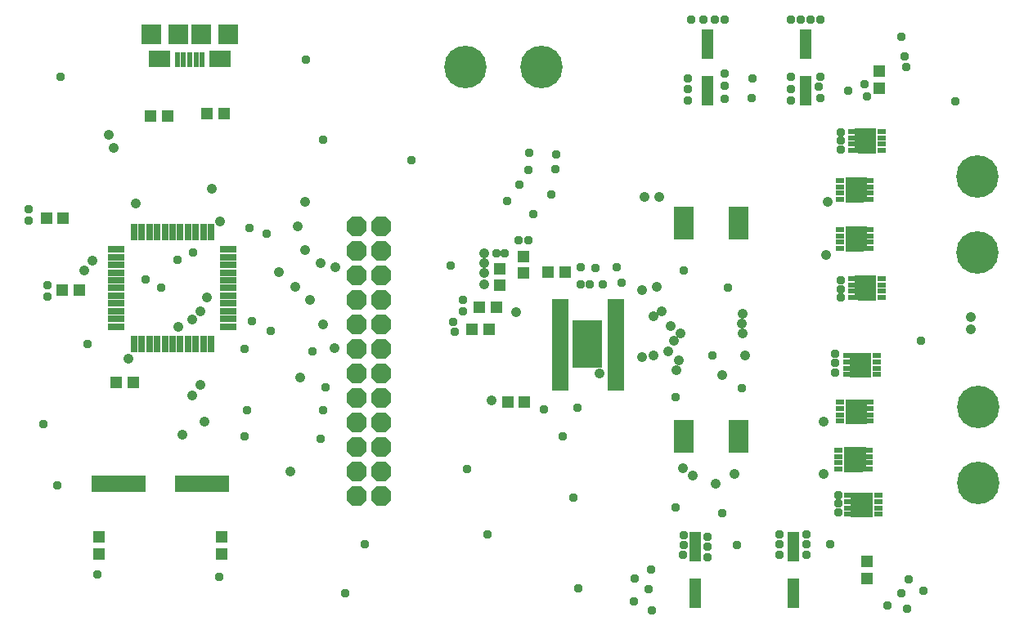
<source format=gbr>
G04 EAGLE Gerber RS-274X export*
G75*
%MOMM*%
%FSLAX34Y34*%
%LPD*%
%INSoldermask Top*%
%IPPOS*%
%AMOC8*
5,1,8,0,0,1.08239X$1,22.5*%
G01*
%ADD10R,1.303200X1.203200*%
%ADD11R,1.203200X3.153200*%
%ADD12R,1.203200X1.303200*%
%ADD13R,2.003200X3.403200*%
%ADD14R,1.703200X0.503200*%
%ADD15R,3.103200X4.903200*%
%ADD16C,1.111200*%
%ADD17R,1.703200X0.703200*%
%ADD18R,0.703200X1.703200*%
%ADD19R,0.603200X1.553200*%
%ADD20R,2.303200X1.803200*%
%ADD21R,2.003200X2.103200*%
%ADD22R,2.103200X2.103200*%
%ADD23R,5.703200X1.703200*%
%ADD24C,4.394200*%
%ADD25P,2.254402X8X292.500000*%
%ADD26R,0.812800X0.508000*%
%ADD27R,0.838200X0.508000*%
%ADD28R,1.981200X2.641600*%
%ADD29C,1.059600*%
%ADD30C,0.959600*%

G36*
X871853Y519682D02*
X871853Y519682D01*
X871851Y519683D01*
X871808Y519663D01*
X871764Y519645D01*
X871764Y519643D01*
X871762Y519642D01*
X871729Y519557D01*
X871729Y493903D01*
X871730Y493901D01*
X871729Y493899D01*
X871749Y493856D01*
X871767Y493812D01*
X871769Y493812D01*
X871770Y493810D01*
X871855Y493777D01*
X890905Y493777D01*
X890907Y493778D01*
X890909Y493777D01*
X890952Y493797D01*
X890996Y493815D01*
X890996Y493817D01*
X890998Y493818D01*
X891031Y493903D01*
X891031Y519557D01*
X891030Y519559D01*
X891031Y519561D01*
X891011Y519604D01*
X890993Y519648D01*
X890991Y519648D01*
X890990Y519650D01*
X890905Y519683D01*
X871855Y519683D01*
X871853Y519682D01*
G37*
G36*
X878207Y442978D02*
X878207Y442978D01*
X878209Y442977D01*
X878252Y442997D01*
X878296Y443015D01*
X878296Y443017D01*
X878298Y443018D01*
X878331Y443103D01*
X878331Y468757D01*
X878330Y468759D01*
X878331Y468761D01*
X878311Y468804D01*
X878293Y468848D01*
X878291Y468848D01*
X878290Y468850D01*
X878205Y468883D01*
X859155Y468883D01*
X859153Y468882D01*
X859151Y468883D01*
X859108Y468863D01*
X859064Y468845D01*
X859064Y468843D01*
X859062Y468842D01*
X859029Y468757D01*
X859029Y443103D01*
X859030Y443101D01*
X859029Y443099D01*
X859049Y443056D01*
X859067Y443012D01*
X859069Y443012D01*
X859070Y443010D01*
X859155Y442977D01*
X878205Y442977D01*
X878207Y442978D01*
G37*
G36*
X878207Y213108D02*
X878207Y213108D01*
X878209Y213107D01*
X878252Y213127D01*
X878296Y213145D01*
X878296Y213147D01*
X878298Y213148D01*
X878331Y213233D01*
X878331Y238887D01*
X878330Y238889D01*
X878331Y238891D01*
X878311Y238934D01*
X878293Y238978D01*
X878291Y238978D01*
X878290Y238980D01*
X878205Y239013D01*
X859155Y239013D01*
X859153Y239012D01*
X859151Y239013D01*
X859108Y238993D01*
X859064Y238975D01*
X859064Y238973D01*
X859062Y238972D01*
X859029Y238887D01*
X859029Y213233D01*
X859030Y213231D01*
X859029Y213229D01*
X859049Y213186D01*
X859067Y213142D01*
X859069Y213142D01*
X859070Y213140D01*
X859155Y213107D01*
X878205Y213107D01*
X878207Y213108D01*
G37*
G36*
X890907Y341378D02*
X890907Y341378D01*
X890909Y341377D01*
X890952Y341397D01*
X890996Y341415D01*
X890996Y341417D01*
X890998Y341418D01*
X891031Y341503D01*
X891031Y367157D01*
X891030Y367159D01*
X891031Y367161D01*
X891011Y367204D01*
X890993Y367248D01*
X890991Y367248D01*
X890990Y367250D01*
X890905Y367283D01*
X871855Y367283D01*
X871853Y367282D01*
X871851Y367283D01*
X871808Y367263D01*
X871764Y367245D01*
X871764Y367243D01*
X871762Y367242D01*
X871729Y367157D01*
X871729Y341503D01*
X871730Y341501D01*
X871729Y341499D01*
X871749Y341456D01*
X871767Y341412D01*
X871769Y341412D01*
X871770Y341410D01*
X871855Y341377D01*
X890905Y341377D01*
X890907Y341378D01*
G37*
G36*
X878207Y392178D02*
X878207Y392178D01*
X878209Y392177D01*
X878252Y392197D01*
X878296Y392215D01*
X878296Y392217D01*
X878298Y392218D01*
X878331Y392303D01*
X878331Y417957D01*
X878330Y417959D01*
X878331Y417961D01*
X878311Y418004D01*
X878293Y418048D01*
X878291Y418048D01*
X878290Y418050D01*
X878205Y418083D01*
X859155Y418083D01*
X859153Y418082D01*
X859151Y418083D01*
X859108Y418063D01*
X859064Y418045D01*
X859064Y418043D01*
X859062Y418042D01*
X859029Y417957D01*
X859029Y392303D01*
X859030Y392301D01*
X859029Y392299D01*
X859049Y392256D01*
X859067Y392212D01*
X859069Y392212D01*
X859070Y392210D01*
X859155Y392177D01*
X878205Y392177D01*
X878207Y392178D01*
G37*
G36*
X876937Y163578D02*
X876937Y163578D01*
X876939Y163577D01*
X876982Y163597D01*
X877026Y163615D01*
X877026Y163617D01*
X877028Y163618D01*
X877061Y163703D01*
X877061Y189357D01*
X877060Y189359D01*
X877061Y189361D01*
X877041Y189404D01*
X877023Y189448D01*
X877021Y189448D01*
X877020Y189450D01*
X876935Y189483D01*
X857885Y189483D01*
X857883Y189482D01*
X857881Y189483D01*
X857838Y189463D01*
X857794Y189445D01*
X857794Y189443D01*
X857792Y189442D01*
X857759Y189357D01*
X857759Y163703D01*
X857760Y163701D01*
X857759Y163699D01*
X857779Y163656D01*
X857797Y163612D01*
X857799Y163612D01*
X857800Y163610D01*
X857885Y163577D01*
X876935Y163577D01*
X876937Y163578D01*
G37*
G36*
X887097Y116588D02*
X887097Y116588D01*
X887099Y116587D01*
X887142Y116607D01*
X887186Y116625D01*
X887186Y116627D01*
X887188Y116628D01*
X887221Y116713D01*
X887221Y142367D01*
X887220Y142369D01*
X887221Y142371D01*
X887201Y142414D01*
X887183Y142458D01*
X887181Y142458D01*
X887180Y142460D01*
X887095Y142493D01*
X868045Y142493D01*
X868043Y142492D01*
X868041Y142493D01*
X867998Y142473D01*
X867954Y142455D01*
X867954Y142453D01*
X867952Y142452D01*
X867919Y142367D01*
X867919Y116713D01*
X867920Y116711D01*
X867919Y116709D01*
X867939Y116666D01*
X867957Y116622D01*
X867959Y116622D01*
X867960Y116620D01*
X868045Y116587D01*
X887095Y116587D01*
X887097Y116588D01*
G37*
G36*
X885827Y261368D02*
X885827Y261368D01*
X885829Y261367D01*
X885872Y261387D01*
X885916Y261405D01*
X885916Y261407D01*
X885918Y261408D01*
X885951Y261493D01*
X885951Y287147D01*
X885950Y287149D01*
X885951Y287151D01*
X885931Y287194D01*
X885913Y287238D01*
X885911Y287238D01*
X885910Y287240D01*
X885825Y287273D01*
X866775Y287273D01*
X866773Y287272D01*
X866771Y287273D01*
X866728Y287253D01*
X866684Y287235D01*
X866684Y287233D01*
X866682Y287232D01*
X866649Y287147D01*
X866649Y261493D01*
X866650Y261491D01*
X866649Y261489D01*
X866669Y261446D01*
X866687Y261402D01*
X866689Y261402D01*
X866690Y261400D01*
X866775Y261367D01*
X885825Y261367D01*
X885827Y261368D01*
G37*
G36*
X868930Y514831D02*
X868930Y514831D01*
X868932Y514830D01*
X868975Y514850D01*
X869019Y514868D01*
X869019Y514870D01*
X869021Y514871D01*
X869054Y514956D01*
X869054Y518004D01*
X869053Y518006D01*
X869054Y518008D01*
X869034Y518051D01*
X869016Y518095D01*
X869014Y518095D01*
X869013Y518097D01*
X868928Y518130D01*
X862832Y518130D01*
X862830Y518129D01*
X862828Y518130D01*
X862785Y518110D01*
X862741Y518092D01*
X862741Y518090D01*
X862739Y518089D01*
X862706Y518004D01*
X862706Y514956D01*
X862707Y514954D01*
X862706Y514952D01*
X862726Y514909D01*
X862744Y514865D01*
X862746Y514865D01*
X862747Y514863D01*
X862832Y514830D01*
X868928Y514830D01*
X868930Y514831D01*
G37*
G36*
X899930Y514831D02*
X899930Y514831D01*
X899932Y514830D01*
X899975Y514850D01*
X900019Y514868D01*
X900019Y514870D01*
X900021Y514871D01*
X900054Y514956D01*
X900054Y518004D01*
X900053Y518006D01*
X900054Y518008D01*
X900034Y518051D01*
X900016Y518095D01*
X900014Y518095D01*
X900013Y518097D01*
X899928Y518130D01*
X893832Y518130D01*
X893830Y518129D01*
X893828Y518130D01*
X893785Y518110D01*
X893741Y518092D01*
X893741Y518090D01*
X893739Y518089D01*
X893706Y518004D01*
X893706Y514956D01*
X893707Y514954D01*
X893706Y514952D01*
X893726Y514909D01*
X893744Y514865D01*
X893746Y514865D01*
X893747Y514863D01*
X893832Y514830D01*
X899928Y514830D01*
X899930Y514831D01*
G37*
G36*
X887230Y234161D02*
X887230Y234161D01*
X887232Y234160D01*
X887275Y234180D01*
X887319Y234198D01*
X887319Y234200D01*
X887321Y234201D01*
X887354Y234286D01*
X887354Y237334D01*
X887353Y237336D01*
X887354Y237338D01*
X887334Y237381D01*
X887316Y237425D01*
X887314Y237425D01*
X887313Y237427D01*
X887228Y237460D01*
X881132Y237460D01*
X881130Y237459D01*
X881128Y237460D01*
X881085Y237440D01*
X881041Y237422D01*
X881041Y237420D01*
X881039Y237419D01*
X881006Y237334D01*
X881006Y234286D01*
X881007Y234284D01*
X881006Y234282D01*
X881026Y234239D01*
X881044Y234195D01*
X881046Y234195D01*
X881047Y234193D01*
X881132Y234160D01*
X887228Y234160D01*
X887230Y234161D01*
G37*
G36*
X856230Y234161D02*
X856230Y234161D01*
X856232Y234160D01*
X856275Y234180D01*
X856319Y234198D01*
X856319Y234200D01*
X856321Y234201D01*
X856354Y234286D01*
X856354Y237334D01*
X856353Y237336D01*
X856354Y237338D01*
X856334Y237381D01*
X856316Y237425D01*
X856314Y237425D01*
X856313Y237427D01*
X856228Y237460D01*
X850132Y237460D01*
X850130Y237459D01*
X850128Y237460D01*
X850085Y237440D01*
X850041Y237422D01*
X850041Y237420D01*
X850039Y237419D01*
X850006Y237334D01*
X850006Y234286D01*
X850007Y234284D01*
X850006Y234282D01*
X850026Y234239D01*
X850044Y234195D01*
X850046Y234195D01*
X850047Y234193D01*
X850132Y234160D01*
X856228Y234160D01*
X856230Y234161D01*
G37*
G36*
X899930Y508331D02*
X899930Y508331D01*
X899932Y508330D01*
X899975Y508350D01*
X900019Y508368D01*
X900019Y508370D01*
X900021Y508371D01*
X900054Y508456D01*
X900054Y511504D01*
X900053Y511506D01*
X900054Y511508D01*
X900034Y511551D01*
X900016Y511595D01*
X900014Y511595D01*
X900013Y511597D01*
X899928Y511630D01*
X893832Y511630D01*
X893830Y511629D01*
X893828Y511630D01*
X893785Y511610D01*
X893741Y511592D01*
X893741Y511590D01*
X893739Y511589D01*
X893706Y511504D01*
X893706Y508456D01*
X893707Y508454D01*
X893706Y508452D01*
X893726Y508409D01*
X893744Y508365D01*
X893746Y508365D01*
X893747Y508363D01*
X893832Y508330D01*
X899928Y508330D01*
X899930Y508331D01*
G37*
G36*
X868930Y508331D02*
X868930Y508331D01*
X868932Y508330D01*
X868975Y508350D01*
X869019Y508368D01*
X869019Y508370D01*
X869021Y508371D01*
X869054Y508456D01*
X869054Y511504D01*
X869053Y511506D01*
X869054Y511508D01*
X869034Y511551D01*
X869016Y511595D01*
X869014Y511595D01*
X869013Y511597D01*
X868928Y511630D01*
X862832Y511630D01*
X862830Y511629D01*
X862828Y511630D01*
X862785Y511610D01*
X862741Y511592D01*
X862741Y511590D01*
X862739Y511589D01*
X862706Y511504D01*
X862706Y508456D01*
X862707Y508454D01*
X862706Y508452D01*
X862726Y508409D01*
X862744Y508365D01*
X862746Y508365D01*
X862747Y508363D01*
X862832Y508330D01*
X868928Y508330D01*
X868930Y508331D01*
G37*
G36*
X856230Y227661D02*
X856230Y227661D01*
X856232Y227660D01*
X856275Y227680D01*
X856319Y227698D01*
X856319Y227700D01*
X856321Y227701D01*
X856354Y227786D01*
X856354Y230834D01*
X856353Y230836D01*
X856354Y230838D01*
X856334Y230881D01*
X856316Y230925D01*
X856314Y230925D01*
X856313Y230927D01*
X856228Y230960D01*
X850132Y230960D01*
X850130Y230959D01*
X850128Y230960D01*
X850085Y230940D01*
X850041Y230922D01*
X850041Y230920D01*
X850039Y230919D01*
X850006Y230834D01*
X850006Y227786D01*
X850007Y227784D01*
X850006Y227782D01*
X850026Y227739D01*
X850044Y227695D01*
X850046Y227695D01*
X850047Y227693D01*
X850132Y227660D01*
X856228Y227660D01*
X856230Y227661D01*
G37*
G36*
X887230Y227661D02*
X887230Y227661D01*
X887232Y227660D01*
X887275Y227680D01*
X887319Y227698D01*
X887319Y227700D01*
X887321Y227701D01*
X887354Y227786D01*
X887354Y230834D01*
X887353Y230836D01*
X887354Y230838D01*
X887334Y230881D01*
X887316Y230925D01*
X887314Y230925D01*
X887313Y230927D01*
X887228Y230960D01*
X881132Y230960D01*
X881130Y230959D01*
X881128Y230960D01*
X881085Y230940D01*
X881041Y230922D01*
X881041Y230920D01*
X881039Y230919D01*
X881006Y230834D01*
X881006Y227786D01*
X881007Y227784D01*
X881006Y227782D01*
X881026Y227739D01*
X881044Y227695D01*
X881046Y227695D01*
X881047Y227693D01*
X881132Y227660D01*
X887228Y227660D01*
X887230Y227661D01*
G37*
G36*
X868930Y501831D02*
X868930Y501831D01*
X868932Y501830D01*
X868975Y501850D01*
X869019Y501868D01*
X869019Y501870D01*
X869021Y501871D01*
X869054Y501956D01*
X869054Y505004D01*
X869053Y505006D01*
X869054Y505008D01*
X869034Y505051D01*
X869016Y505095D01*
X869014Y505095D01*
X869013Y505097D01*
X868928Y505130D01*
X862832Y505130D01*
X862830Y505129D01*
X862828Y505130D01*
X862785Y505110D01*
X862741Y505092D01*
X862741Y505090D01*
X862739Y505089D01*
X862706Y505004D01*
X862706Y501956D01*
X862707Y501954D01*
X862706Y501952D01*
X862726Y501909D01*
X862744Y501865D01*
X862746Y501865D01*
X862747Y501863D01*
X862832Y501830D01*
X868928Y501830D01*
X868930Y501831D01*
G37*
G36*
X899930Y501831D02*
X899930Y501831D01*
X899932Y501830D01*
X899975Y501850D01*
X900019Y501868D01*
X900019Y501870D01*
X900021Y501871D01*
X900054Y501956D01*
X900054Y505004D01*
X900053Y505006D01*
X900054Y505008D01*
X900034Y505051D01*
X900016Y505095D01*
X900014Y505095D01*
X900013Y505097D01*
X899928Y505130D01*
X893832Y505130D01*
X893830Y505129D01*
X893828Y505130D01*
X893785Y505110D01*
X893741Y505092D01*
X893741Y505090D01*
X893739Y505089D01*
X893706Y505004D01*
X893706Y501956D01*
X893707Y501954D01*
X893706Y501952D01*
X893726Y501909D01*
X893744Y501865D01*
X893746Y501865D01*
X893747Y501863D01*
X893832Y501830D01*
X899928Y501830D01*
X899930Y501831D01*
G37*
G36*
X887230Y221161D02*
X887230Y221161D01*
X887232Y221160D01*
X887275Y221180D01*
X887319Y221198D01*
X887319Y221200D01*
X887321Y221201D01*
X887354Y221286D01*
X887354Y224334D01*
X887353Y224336D01*
X887354Y224338D01*
X887334Y224381D01*
X887316Y224425D01*
X887314Y224425D01*
X887313Y224427D01*
X887228Y224460D01*
X881132Y224460D01*
X881130Y224459D01*
X881128Y224460D01*
X881085Y224440D01*
X881041Y224422D01*
X881041Y224420D01*
X881039Y224419D01*
X881006Y224334D01*
X881006Y221286D01*
X881007Y221284D01*
X881006Y221282D01*
X881026Y221239D01*
X881044Y221195D01*
X881046Y221195D01*
X881047Y221193D01*
X881132Y221160D01*
X887228Y221160D01*
X887230Y221161D01*
G37*
G36*
X856230Y221161D02*
X856230Y221161D01*
X856232Y221160D01*
X856275Y221180D01*
X856319Y221198D01*
X856319Y221200D01*
X856321Y221201D01*
X856354Y221286D01*
X856354Y224334D01*
X856353Y224336D01*
X856354Y224338D01*
X856334Y224381D01*
X856316Y224425D01*
X856314Y224425D01*
X856313Y224427D01*
X856228Y224460D01*
X850132Y224460D01*
X850130Y224459D01*
X850128Y224460D01*
X850085Y224440D01*
X850041Y224422D01*
X850041Y224420D01*
X850039Y224419D01*
X850006Y224334D01*
X850006Y221286D01*
X850007Y221284D01*
X850006Y221282D01*
X850026Y221239D01*
X850044Y221195D01*
X850046Y221195D01*
X850047Y221193D01*
X850132Y221160D01*
X856228Y221160D01*
X856230Y221161D01*
G37*
G36*
X868930Y495331D02*
X868930Y495331D01*
X868932Y495330D01*
X868975Y495350D01*
X869019Y495368D01*
X869019Y495370D01*
X869021Y495371D01*
X869054Y495456D01*
X869054Y498504D01*
X869053Y498506D01*
X869054Y498508D01*
X869034Y498551D01*
X869016Y498595D01*
X869014Y498595D01*
X869013Y498597D01*
X868928Y498630D01*
X862832Y498630D01*
X862830Y498629D01*
X862828Y498630D01*
X862785Y498610D01*
X862741Y498592D01*
X862741Y498590D01*
X862739Y498589D01*
X862706Y498504D01*
X862706Y495456D01*
X862707Y495454D01*
X862706Y495452D01*
X862726Y495409D01*
X862744Y495365D01*
X862746Y495365D01*
X862747Y495363D01*
X862832Y495330D01*
X868928Y495330D01*
X868930Y495331D01*
G37*
G36*
X899930Y495331D02*
X899930Y495331D01*
X899932Y495330D01*
X899975Y495350D01*
X900019Y495368D01*
X900019Y495370D01*
X900021Y495371D01*
X900054Y495456D01*
X900054Y498504D01*
X900053Y498506D01*
X900054Y498508D01*
X900034Y498551D01*
X900016Y498595D01*
X900014Y498595D01*
X900013Y498597D01*
X899928Y498630D01*
X893832Y498630D01*
X893830Y498629D01*
X893828Y498630D01*
X893785Y498610D01*
X893741Y498592D01*
X893741Y498590D01*
X893739Y498589D01*
X893706Y498504D01*
X893706Y495456D01*
X893707Y495454D01*
X893706Y495452D01*
X893726Y495409D01*
X893744Y495365D01*
X893746Y495365D01*
X893747Y495363D01*
X893832Y495330D01*
X899928Y495330D01*
X899930Y495331D01*
G37*
G36*
X856230Y464031D02*
X856230Y464031D01*
X856232Y464030D01*
X856275Y464050D01*
X856319Y464068D01*
X856319Y464070D01*
X856321Y464071D01*
X856354Y464156D01*
X856354Y467204D01*
X856353Y467206D01*
X856354Y467208D01*
X856334Y467251D01*
X856316Y467295D01*
X856314Y467295D01*
X856313Y467297D01*
X856228Y467330D01*
X850132Y467330D01*
X850130Y467329D01*
X850128Y467330D01*
X850085Y467310D01*
X850041Y467292D01*
X850041Y467290D01*
X850039Y467289D01*
X850006Y467204D01*
X850006Y464156D01*
X850007Y464154D01*
X850006Y464152D01*
X850026Y464109D01*
X850044Y464065D01*
X850046Y464065D01*
X850047Y464063D01*
X850132Y464030D01*
X856228Y464030D01*
X856230Y464031D01*
G37*
G36*
X887230Y464031D02*
X887230Y464031D01*
X887232Y464030D01*
X887275Y464050D01*
X887319Y464068D01*
X887319Y464070D01*
X887321Y464071D01*
X887354Y464156D01*
X887354Y467204D01*
X887353Y467206D01*
X887354Y467208D01*
X887334Y467251D01*
X887316Y467295D01*
X887314Y467295D01*
X887313Y467297D01*
X887228Y467330D01*
X881132Y467330D01*
X881130Y467329D01*
X881128Y467330D01*
X881085Y467310D01*
X881041Y467292D01*
X881041Y467290D01*
X881039Y467289D01*
X881006Y467204D01*
X881006Y464156D01*
X881007Y464154D01*
X881006Y464152D01*
X881026Y464109D01*
X881044Y464065D01*
X881046Y464065D01*
X881047Y464063D01*
X881132Y464030D01*
X887228Y464030D01*
X887230Y464031D01*
G37*
G36*
X887230Y214661D02*
X887230Y214661D01*
X887232Y214660D01*
X887275Y214680D01*
X887319Y214698D01*
X887319Y214700D01*
X887321Y214701D01*
X887354Y214786D01*
X887354Y217834D01*
X887353Y217836D01*
X887354Y217838D01*
X887334Y217881D01*
X887316Y217925D01*
X887314Y217925D01*
X887313Y217927D01*
X887228Y217960D01*
X881132Y217960D01*
X881130Y217959D01*
X881128Y217960D01*
X881085Y217940D01*
X881041Y217922D01*
X881041Y217920D01*
X881039Y217919D01*
X881006Y217834D01*
X881006Y214786D01*
X881007Y214784D01*
X881006Y214782D01*
X881026Y214739D01*
X881044Y214695D01*
X881046Y214695D01*
X881047Y214693D01*
X881132Y214660D01*
X887228Y214660D01*
X887230Y214661D01*
G37*
G36*
X856230Y214661D02*
X856230Y214661D01*
X856232Y214660D01*
X856275Y214680D01*
X856319Y214698D01*
X856319Y214700D01*
X856321Y214701D01*
X856354Y214786D01*
X856354Y217834D01*
X856353Y217836D01*
X856354Y217838D01*
X856334Y217881D01*
X856316Y217925D01*
X856314Y217925D01*
X856313Y217927D01*
X856228Y217960D01*
X850132Y217960D01*
X850130Y217959D01*
X850128Y217960D01*
X850085Y217940D01*
X850041Y217922D01*
X850041Y217920D01*
X850039Y217919D01*
X850006Y217834D01*
X850006Y214786D01*
X850007Y214784D01*
X850006Y214782D01*
X850026Y214739D01*
X850044Y214695D01*
X850046Y214695D01*
X850047Y214693D01*
X850132Y214660D01*
X856228Y214660D01*
X856230Y214661D01*
G37*
G36*
X856230Y457531D02*
X856230Y457531D01*
X856232Y457530D01*
X856275Y457550D01*
X856319Y457568D01*
X856319Y457570D01*
X856321Y457571D01*
X856354Y457656D01*
X856354Y460704D01*
X856353Y460706D01*
X856354Y460708D01*
X856334Y460751D01*
X856316Y460795D01*
X856314Y460795D01*
X856313Y460797D01*
X856228Y460830D01*
X850132Y460830D01*
X850130Y460829D01*
X850128Y460830D01*
X850085Y460810D01*
X850041Y460792D01*
X850041Y460790D01*
X850039Y460789D01*
X850006Y460704D01*
X850006Y457656D01*
X850007Y457654D01*
X850006Y457652D01*
X850026Y457609D01*
X850044Y457565D01*
X850046Y457565D01*
X850047Y457563D01*
X850132Y457530D01*
X856228Y457530D01*
X856230Y457531D01*
G37*
G36*
X887230Y457531D02*
X887230Y457531D01*
X887232Y457530D01*
X887275Y457550D01*
X887319Y457568D01*
X887319Y457570D01*
X887321Y457571D01*
X887354Y457656D01*
X887354Y460704D01*
X887353Y460706D01*
X887354Y460708D01*
X887334Y460751D01*
X887316Y460795D01*
X887314Y460795D01*
X887313Y460797D01*
X887228Y460830D01*
X881132Y460830D01*
X881130Y460829D01*
X881128Y460830D01*
X881085Y460810D01*
X881041Y460792D01*
X881041Y460790D01*
X881039Y460789D01*
X881006Y460704D01*
X881006Y457656D01*
X881007Y457654D01*
X881006Y457652D01*
X881026Y457609D01*
X881044Y457565D01*
X881046Y457565D01*
X881047Y457563D01*
X881132Y457530D01*
X887228Y457530D01*
X887230Y457531D01*
G37*
G36*
X863850Y282421D02*
X863850Y282421D01*
X863852Y282420D01*
X863895Y282440D01*
X863939Y282458D01*
X863939Y282460D01*
X863941Y282461D01*
X863974Y282546D01*
X863974Y285594D01*
X863973Y285596D01*
X863974Y285598D01*
X863954Y285641D01*
X863936Y285685D01*
X863934Y285685D01*
X863933Y285687D01*
X863848Y285720D01*
X857752Y285720D01*
X857750Y285719D01*
X857748Y285720D01*
X857705Y285700D01*
X857661Y285682D01*
X857661Y285680D01*
X857659Y285679D01*
X857626Y285594D01*
X857626Y282546D01*
X857627Y282544D01*
X857626Y282542D01*
X857646Y282499D01*
X857664Y282455D01*
X857666Y282455D01*
X857667Y282453D01*
X857752Y282420D01*
X863848Y282420D01*
X863850Y282421D01*
G37*
G36*
X885960Y184631D02*
X885960Y184631D01*
X885962Y184630D01*
X886005Y184650D01*
X886049Y184668D01*
X886049Y184670D01*
X886051Y184671D01*
X886084Y184756D01*
X886084Y187804D01*
X886083Y187806D01*
X886084Y187808D01*
X886064Y187851D01*
X886046Y187895D01*
X886044Y187895D01*
X886043Y187897D01*
X885958Y187930D01*
X879862Y187930D01*
X879860Y187929D01*
X879858Y187930D01*
X879815Y187910D01*
X879771Y187892D01*
X879771Y187890D01*
X879769Y187889D01*
X879736Y187804D01*
X879736Y184756D01*
X879737Y184754D01*
X879736Y184752D01*
X879756Y184709D01*
X879774Y184665D01*
X879776Y184665D01*
X879777Y184663D01*
X879862Y184630D01*
X885958Y184630D01*
X885960Y184631D01*
G37*
G36*
X887230Y451031D02*
X887230Y451031D01*
X887232Y451030D01*
X887275Y451050D01*
X887319Y451068D01*
X887319Y451070D01*
X887321Y451071D01*
X887354Y451156D01*
X887354Y454204D01*
X887353Y454206D01*
X887354Y454208D01*
X887334Y454251D01*
X887316Y454295D01*
X887314Y454295D01*
X887313Y454297D01*
X887228Y454330D01*
X881132Y454330D01*
X881130Y454329D01*
X881128Y454330D01*
X881085Y454310D01*
X881041Y454292D01*
X881041Y454290D01*
X881039Y454289D01*
X881006Y454204D01*
X881006Y451156D01*
X881007Y451154D01*
X881006Y451152D01*
X881026Y451109D01*
X881044Y451065D01*
X881046Y451065D01*
X881047Y451063D01*
X881132Y451030D01*
X887228Y451030D01*
X887230Y451031D01*
G37*
G36*
X856230Y451031D02*
X856230Y451031D01*
X856232Y451030D01*
X856275Y451050D01*
X856319Y451068D01*
X856319Y451070D01*
X856321Y451071D01*
X856354Y451156D01*
X856354Y454204D01*
X856353Y454206D01*
X856354Y454208D01*
X856334Y454251D01*
X856316Y454295D01*
X856314Y454295D01*
X856313Y454297D01*
X856228Y454330D01*
X850132Y454330D01*
X850130Y454329D01*
X850128Y454330D01*
X850085Y454310D01*
X850041Y454292D01*
X850041Y454290D01*
X850039Y454289D01*
X850006Y454204D01*
X850006Y451156D01*
X850007Y451154D01*
X850006Y451152D01*
X850026Y451109D01*
X850044Y451065D01*
X850046Y451065D01*
X850047Y451063D01*
X850132Y451030D01*
X856228Y451030D01*
X856230Y451031D01*
G37*
G36*
X854960Y184631D02*
X854960Y184631D01*
X854962Y184630D01*
X855005Y184650D01*
X855049Y184668D01*
X855049Y184670D01*
X855051Y184671D01*
X855084Y184756D01*
X855084Y187804D01*
X855083Y187806D01*
X855084Y187808D01*
X855064Y187851D01*
X855046Y187895D01*
X855044Y187895D01*
X855043Y187897D01*
X854958Y187930D01*
X848862Y187930D01*
X848860Y187929D01*
X848858Y187930D01*
X848815Y187910D01*
X848771Y187892D01*
X848771Y187890D01*
X848769Y187889D01*
X848736Y187804D01*
X848736Y184756D01*
X848737Y184754D01*
X848736Y184752D01*
X848756Y184709D01*
X848774Y184665D01*
X848776Y184665D01*
X848777Y184663D01*
X848862Y184630D01*
X854958Y184630D01*
X854960Y184631D01*
G37*
G36*
X854960Y178131D02*
X854960Y178131D01*
X854962Y178130D01*
X855005Y178150D01*
X855049Y178168D01*
X855049Y178170D01*
X855051Y178171D01*
X855084Y178256D01*
X855084Y181304D01*
X855083Y181306D01*
X855084Y181308D01*
X855064Y181351D01*
X855046Y181395D01*
X855044Y181395D01*
X855043Y181397D01*
X854958Y181430D01*
X848862Y181430D01*
X848860Y181429D01*
X848858Y181430D01*
X848815Y181410D01*
X848771Y181392D01*
X848771Y181390D01*
X848769Y181389D01*
X848736Y181304D01*
X848736Y178256D01*
X848737Y178254D01*
X848736Y178252D01*
X848756Y178209D01*
X848774Y178165D01*
X848776Y178165D01*
X848777Y178163D01*
X848862Y178130D01*
X854958Y178130D01*
X854960Y178131D01*
G37*
G36*
X887230Y444531D02*
X887230Y444531D01*
X887232Y444530D01*
X887275Y444550D01*
X887319Y444568D01*
X887319Y444570D01*
X887321Y444571D01*
X887354Y444656D01*
X887354Y447704D01*
X887353Y447706D01*
X887354Y447708D01*
X887334Y447751D01*
X887316Y447795D01*
X887314Y447795D01*
X887313Y447797D01*
X887228Y447830D01*
X881132Y447830D01*
X881130Y447829D01*
X881128Y447830D01*
X881085Y447810D01*
X881041Y447792D01*
X881041Y447790D01*
X881039Y447789D01*
X881006Y447704D01*
X881006Y444656D01*
X881007Y444654D01*
X881006Y444652D01*
X881026Y444609D01*
X881044Y444565D01*
X881046Y444565D01*
X881047Y444563D01*
X881132Y444530D01*
X887228Y444530D01*
X887230Y444531D01*
G37*
G36*
X856230Y444531D02*
X856230Y444531D01*
X856232Y444530D01*
X856275Y444550D01*
X856319Y444568D01*
X856319Y444570D01*
X856321Y444571D01*
X856354Y444656D01*
X856354Y447704D01*
X856353Y447706D01*
X856354Y447708D01*
X856334Y447751D01*
X856316Y447795D01*
X856314Y447795D01*
X856313Y447797D01*
X856228Y447830D01*
X850132Y447830D01*
X850130Y447829D01*
X850128Y447830D01*
X850085Y447810D01*
X850041Y447792D01*
X850041Y447790D01*
X850039Y447789D01*
X850006Y447704D01*
X850006Y444656D01*
X850007Y444654D01*
X850006Y444652D01*
X850026Y444609D01*
X850044Y444565D01*
X850046Y444565D01*
X850047Y444563D01*
X850132Y444530D01*
X856228Y444530D01*
X856230Y444531D01*
G37*
G36*
X887230Y413231D02*
X887230Y413231D01*
X887232Y413230D01*
X887275Y413250D01*
X887319Y413268D01*
X887319Y413270D01*
X887321Y413271D01*
X887354Y413356D01*
X887354Y416404D01*
X887353Y416406D01*
X887354Y416408D01*
X887334Y416451D01*
X887316Y416495D01*
X887314Y416495D01*
X887313Y416497D01*
X887228Y416530D01*
X881132Y416530D01*
X881130Y416529D01*
X881128Y416530D01*
X881085Y416510D01*
X881041Y416492D01*
X881041Y416490D01*
X881039Y416489D01*
X881006Y416404D01*
X881006Y413356D01*
X881007Y413354D01*
X881006Y413352D01*
X881026Y413309D01*
X881044Y413265D01*
X881046Y413265D01*
X881047Y413263D01*
X881132Y413230D01*
X887228Y413230D01*
X887230Y413231D01*
G37*
G36*
X856230Y413231D02*
X856230Y413231D01*
X856232Y413230D01*
X856275Y413250D01*
X856319Y413268D01*
X856319Y413270D01*
X856321Y413271D01*
X856354Y413356D01*
X856354Y416404D01*
X856353Y416406D01*
X856354Y416408D01*
X856334Y416451D01*
X856316Y416495D01*
X856314Y416495D01*
X856313Y416497D01*
X856228Y416530D01*
X850132Y416530D01*
X850130Y416529D01*
X850128Y416530D01*
X850085Y416510D01*
X850041Y416492D01*
X850041Y416490D01*
X850039Y416489D01*
X850006Y416404D01*
X850006Y413356D01*
X850007Y413354D01*
X850006Y413352D01*
X850026Y413309D01*
X850044Y413265D01*
X850046Y413265D01*
X850047Y413263D01*
X850132Y413230D01*
X856228Y413230D01*
X856230Y413231D01*
G37*
G36*
X885960Y178131D02*
X885960Y178131D01*
X885962Y178130D01*
X886005Y178150D01*
X886049Y178168D01*
X886049Y178170D01*
X886051Y178171D01*
X886084Y178256D01*
X886084Y181304D01*
X886083Y181306D01*
X886084Y181308D01*
X886064Y181351D01*
X886046Y181395D01*
X886044Y181395D01*
X886043Y181397D01*
X885958Y181430D01*
X879862Y181430D01*
X879860Y181429D01*
X879858Y181430D01*
X879815Y181410D01*
X879771Y181392D01*
X879771Y181390D01*
X879769Y181389D01*
X879736Y181304D01*
X879736Y178256D01*
X879737Y178254D01*
X879736Y178252D01*
X879756Y178209D01*
X879774Y178165D01*
X879776Y178165D01*
X879777Y178163D01*
X879862Y178130D01*
X885958Y178130D01*
X885960Y178131D01*
G37*
G36*
X854960Y171631D02*
X854960Y171631D01*
X854962Y171630D01*
X855005Y171650D01*
X855049Y171668D01*
X855049Y171670D01*
X855051Y171671D01*
X855084Y171756D01*
X855084Y174804D01*
X855083Y174806D01*
X855084Y174808D01*
X855064Y174851D01*
X855046Y174895D01*
X855044Y174895D01*
X855043Y174897D01*
X854958Y174930D01*
X848862Y174930D01*
X848860Y174929D01*
X848858Y174930D01*
X848815Y174910D01*
X848771Y174892D01*
X848771Y174890D01*
X848769Y174889D01*
X848736Y174804D01*
X848736Y171756D01*
X848737Y171754D01*
X848736Y171752D01*
X848756Y171709D01*
X848774Y171665D01*
X848776Y171665D01*
X848777Y171663D01*
X848862Y171630D01*
X854958Y171630D01*
X854960Y171631D01*
G37*
G36*
X856230Y406731D02*
X856230Y406731D01*
X856232Y406730D01*
X856275Y406750D01*
X856319Y406768D01*
X856319Y406770D01*
X856321Y406771D01*
X856354Y406856D01*
X856354Y409904D01*
X856353Y409906D01*
X856354Y409908D01*
X856334Y409951D01*
X856316Y409995D01*
X856314Y409995D01*
X856313Y409997D01*
X856228Y410030D01*
X850132Y410030D01*
X850130Y410029D01*
X850128Y410030D01*
X850085Y410010D01*
X850041Y409992D01*
X850041Y409990D01*
X850039Y409989D01*
X850006Y409904D01*
X850006Y406856D01*
X850007Y406854D01*
X850006Y406852D01*
X850026Y406809D01*
X850044Y406765D01*
X850046Y406765D01*
X850047Y406763D01*
X850132Y406730D01*
X856228Y406730D01*
X856230Y406731D01*
G37*
G36*
X887230Y406731D02*
X887230Y406731D01*
X887232Y406730D01*
X887275Y406750D01*
X887319Y406768D01*
X887319Y406770D01*
X887321Y406771D01*
X887354Y406856D01*
X887354Y409904D01*
X887353Y409906D01*
X887354Y409908D01*
X887334Y409951D01*
X887316Y409995D01*
X887314Y409995D01*
X887313Y409997D01*
X887228Y410030D01*
X881132Y410030D01*
X881130Y410029D01*
X881128Y410030D01*
X881085Y410010D01*
X881041Y409992D01*
X881041Y409990D01*
X881039Y409989D01*
X881006Y409904D01*
X881006Y406856D01*
X881007Y406854D01*
X881006Y406852D01*
X881026Y406809D01*
X881044Y406765D01*
X881046Y406765D01*
X881047Y406763D01*
X881132Y406730D01*
X887228Y406730D01*
X887230Y406731D01*
G37*
G36*
X885960Y171631D02*
X885960Y171631D01*
X885962Y171630D01*
X886005Y171650D01*
X886049Y171668D01*
X886049Y171670D01*
X886051Y171671D01*
X886084Y171756D01*
X886084Y174804D01*
X886083Y174806D01*
X886084Y174808D01*
X886064Y174851D01*
X886046Y174895D01*
X886044Y174895D01*
X886043Y174897D01*
X885958Y174930D01*
X879862Y174930D01*
X879860Y174929D01*
X879858Y174930D01*
X879815Y174910D01*
X879771Y174892D01*
X879771Y174890D01*
X879769Y174889D01*
X879736Y174804D01*
X879736Y171756D01*
X879737Y171754D01*
X879736Y171752D01*
X879756Y171709D01*
X879774Y171665D01*
X879776Y171665D01*
X879777Y171663D01*
X879862Y171630D01*
X885958Y171630D01*
X885960Y171631D01*
G37*
G36*
X854960Y165131D02*
X854960Y165131D01*
X854962Y165130D01*
X855005Y165150D01*
X855049Y165168D01*
X855049Y165170D01*
X855051Y165171D01*
X855084Y165256D01*
X855084Y168304D01*
X855083Y168306D01*
X855084Y168308D01*
X855064Y168351D01*
X855046Y168395D01*
X855044Y168395D01*
X855043Y168397D01*
X854958Y168430D01*
X848862Y168430D01*
X848860Y168429D01*
X848858Y168430D01*
X848815Y168410D01*
X848771Y168392D01*
X848771Y168390D01*
X848769Y168389D01*
X848736Y168304D01*
X848736Y165256D01*
X848737Y165254D01*
X848736Y165252D01*
X848756Y165209D01*
X848774Y165165D01*
X848776Y165165D01*
X848777Y165163D01*
X848862Y165130D01*
X854958Y165130D01*
X854960Y165131D01*
G37*
G36*
X887230Y400231D02*
X887230Y400231D01*
X887232Y400230D01*
X887275Y400250D01*
X887319Y400268D01*
X887319Y400270D01*
X887321Y400271D01*
X887354Y400356D01*
X887354Y403404D01*
X887353Y403406D01*
X887354Y403408D01*
X887334Y403451D01*
X887316Y403495D01*
X887314Y403495D01*
X887313Y403497D01*
X887228Y403530D01*
X881132Y403530D01*
X881130Y403529D01*
X881128Y403530D01*
X881085Y403510D01*
X881041Y403492D01*
X881041Y403490D01*
X881039Y403489D01*
X881006Y403404D01*
X881006Y400356D01*
X881007Y400354D01*
X881006Y400352D01*
X881026Y400309D01*
X881044Y400265D01*
X881046Y400265D01*
X881047Y400263D01*
X881132Y400230D01*
X887228Y400230D01*
X887230Y400231D01*
G37*
G36*
X856230Y400231D02*
X856230Y400231D01*
X856232Y400230D01*
X856275Y400250D01*
X856319Y400268D01*
X856319Y400270D01*
X856321Y400271D01*
X856354Y400356D01*
X856354Y403404D01*
X856353Y403406D01*
X856354Y403408D01*
X856334Y403451D01*
X856316Y403495D01*
X856314Y403495D01*
X856313Y403497D01*
X856228Y403530D01*
X850132Y403530D01*
X850130Y403529D01*
X850128Y403530D01*
X850085Y403510D01*
X850041Y403492D01*
X850041Y403490D01*
X850039Y403489D01*
X850006Y403404D01*
X850006Y400356D01*
X850007Y400354D01*
X850006Y400352D01*
X850026Y400309D01*
X850044Y400265D01*
X850046Y400265D01*
X850047Y400263D01*
X850132Y400230D01*
X856228Y400230D01*
X856230Y400231D01*
G37*
G36*
X885960Y165131D02*
X885960Y165131D01*
X885962Y165130D01*
X886005Y165150D01*
X886049Y165168D01*
X886049Y165170D01*
X886051Y165171D01*
X886084Y165256D01*
X886084Y168304D01*
X886083Y168306D01*
X886084Y168308D01*
X886064Y168351D01*
X886046Y168395D01*
X886044Y168395D01*
X886043Y168397D01*
X885958Y168430D01*
X879862Y168430D01*
X879860Y168429D01*
X879858Y168430D01*
X879815Y168410D01*
X879771Y168392D01*
X879771Y168390D01*
X879769Y168389D01*
X879736Y168304D01*
X879736Y165256D01*
X879737Y165254D01*
X879736Y165252D01*
X879756Y165209D01*
X879774Y165165D01*
X879776Y165165D01*
X879777Y165163D01*
X879862Y165130D01*
X885958Y165130D01*
X885960Y165131D01*
G37*
G36*
X865120Y137641D02*
X865120Y137641D01*
X865122Y137640D01*
X865165Y137660D01*
X865209Y137678D01*
X865209Y137680D01*
X865211Y137681D01*
X865244Y137766D01*
X865244Y140814D01*
X865243Y140816D01*
X865244Y140818D01*
X865224Y140861D01*
X865206Y140905D01*
X865204Y140905D01*
X865203Y140907D01*
X865118Y140940D01*
X859022Y140940D01*
X859020Y140939D01*
X859018Y140940D01*
X858975Y140920D01*
X858931Y140902D01*
X858931Y140900D01*
X858929Y140899D01*
X858896Y140814D01*
X858896Y137766D01*
X858897Y137764D01*
X858896Y137762D01*
X858916Y137719D01*
X858934Y137675D01*
X858936Y137675D01*
X858937Y137673D01*
X859022Y137640D01*
X865118Y137640D01*
X865120Y137641D01*
G37*
G36*
X887230Y393731D02*
X887230Y393731D01*
X887232Y393730D01*
X887275Y393750D01*
X887319Y393768D01*
X887319Y393770D01*
X887321Y393771D01*
X887354Y393856D01*
X887354Y396904D01*
X887353Y396906D01*
X887354Y396908D01*
X887334Y396951D01*
X887316Y396995D01*
X887314Y396995D01*
X887313Y396997D01*
X887228Y397030D01*
X881132Y397030D01*
X881130Y397029D01*
X881128Y397030D01*
X881085Y397010D01*
X881041Y396992D01*
X881041Y396990D01*
X881039Y396989D01*
X881006Y396904D01*
X881006Y393856D01*
X881007Y393854D01*
X881006Y393852D01*
X881026Y393809D01*
X881044Y393765D01*
X881046Y393765D01*
X881047Y393763D01*
X881132Y393730D01*
X887228Y393730D01*
X887230Y393731D01*
G37*
G36*
X856230Y393731D02*
X856230Y393731D01*
X856232Y393730D01*
X856275Y393750D01*
X856319Y393768D01*
X856319Y393770D01*
X856321Y393771D01*
X856354Y393856D01*
X856354Y396904D01*
X856353Y396906D01*
X856354Y396908D01*
X856334Y396951D01*
X856316Y396995D01*
X856314Y396995D01*
X856313Y396997D01*
X856228Y397030D01*
X850132Y397030D01*
X850130Y397029D01*
X850128Y397030D01*
X850085Y397010D01*
X850041Y396992D01*
X850041Y396990D01*
X850039Y396989D01*
X850006Y396904D01*
X850006Y393856D01*
X850007Y393854D01*
X850006Y393852D01*
X850026Y393809D01*
X850044Y393765D01*
X850046Y393765D01*
X850047Y393763D01*
X850132Y393730D01*
X856228Y393730D01*
X856230Y393731D01*
G37*
G36*
X868930Y362431D02*
X868930Y362431D01*
X868932Y362430D01*
X868975Y362450D01*
X869019Y362468D01*
X869019Y362470D01*
X869021Y362471D01*
X869054Y362556D01*
X869054Y365604D01*
X869053Y365606D01*
X869054Y365608D01*
X869034Y365651D01*
X869016Y365695D01*
X869014Y365695D01*
X869013Y365697D01*
X868928Y365730D01*
X862832Y365730D01*
X862830Y365729D01*
X862828Y365730D01*
X862785Y365710D01*
X862741Y365692D01*
X862741Y365690D01*
X862739Y365689D01*
X862706Y365604D01*
X862706Y362556D01*
X862707Y362554D01*
X862706Y362552D01*
X862726Y362509D01*
X862744Y362465D01*
X862746Y362465D01*
X862747Y362463D01*
X862832Y362430D01*
X868928Y362430D01*
X868930Y362431D01*
G37*
G36*
X899930Y362431D02*
X899930Y362431D01*
X899932Y362430D01*
X899975Y362450D01*
X900019Y362468D01*
X900019Y362470D01*
X900021Y362471D01*
X900054Y362556D01*
X900054Y365604D01*
X900053Y365606D01*
X900054Y365608D01*
X900034Y365651D01*
X900016Y365695D01*
X900014Y365695D01*
X900013Y365697D01*
X899928Y365730D01*
X893832Y365730D01*
X893830Y365729D01*
X893828Y365730D01*
X893785Y365710D01*
X893741Y365692D01*
X893741Y365690D01*
X893739Y365689D01*
X893706Y365604D01*
X893706Y362556D01*
X893707Y362554D01*
X893706Y362552D01*
X893726Y362509D01*
X893744Y362465D01*
X893746Y362465D01*
X893747Y362463D01*
X893832Y362430D01*
X899928Y362430D01*
X899930Y362431D01*
G37*
G36*
X896120Y137641D02*
X896120Y137641D01*
X896122Y137640D01*
X896165Y137660D01*
X896209Y137678D01*
X896209Y137680D01*
X896211Y137681D01*
X896244Y137766D01*
X896244Y140814D01*
X896243Y140816D01*
X896244Y140818D01*
X896224Y140861D01*
X896206Y140905D01*
X896204Y140905D01*
X896203Y140907D01*
X896118Y140940D01*
X890022Y140940D01*
X890020Y140939D01*
X890018Y140940D01*
X889975Y140920D01*
X889931Y140902D01*
X889931Y140900D01*
X889929Y140899D01*
X889896Y140814D01*
X889896Y137766D01*
X889897Y137764D01*
X889896Y137762D01*
X889916Y137719D01*
X889934Y137675D01*
X889936Y137675D01*
X889937Y137673D01*
X890022Y137640D01*
X896118Y137640D01*
X896120Y137641D01*
G37*
G36*
X865120Y131141D02*
X865120Y131141D01*
X865122Y131140D01*
X865165Y131160D01*
X865209Y131178D01*
X865209Y131180D01*
X865211Y131181D01*
X865244Y131266D01*
X865244Y134314D01*
X865243Y134316D01*
X865244Y134318D01*
X865224Y134361D01*
X865206Y134405D01*
X865204Y134405D01*
X865203Y134407D01*
X865118Y134440D01*
X859022Y134440D01*
X859020Y134439D01*
X859018Y134440D01*
X858975Y134420D01*
X858931Y134402D01*
X858931Y134400D01*
X858929Y134399D01*
X858896Y134314D01*
X858896Y131266D01*
X858897Y131264D01*
X858896Y131262D01*
X858916Y131219D01*
X858934Y131175D01*
X858936Y131175D01*
X858937Y131173D01*
X859022Y131140D01*
X865118Y131140D01*
X865120Y131141D01*
G37*
G36*
X899930Y355931D02*
X899930Y355931D01*
X899932Y355930D01*
X899975Y355950D01*
X900019Y355968D01*
X900019Y355970D01*
X900021Y355971D01*
X900054Y356056D01*
X900054Y359104D01*
X900053Y359106D01*
X900054Y359108D01*
X900034Y359151D01*
X900016Y359195D01*
X900014Y359195D01*
X900013Y359197D01*
X899928Y359230D01*
X893832Y359230D01*
X893830Y359229D01*
X893828Y359230D01*
X893785Y359210D01*
X893741Y359192D01*
X893741Y359190D01*
X893739Y359189D01*
X893706Y359104D01*
X893706Y356056D01*
X893707Y356054D01*
X893706Y356052D01*
X893726Y356009D01*
X893744Y355965D01*
X893746Y355965D01*
X893747Y355963D01*
X893832Y355930D01*
X899928Y355930D01*
X899930Y355931D01*
G37*
G36*
X868930Y355931D02*
X868930Y355931D01*
X868932Y355930D01*
X868975Y355950D01*
X869019Y355968D01*
X869019Y355970D01*
X869021Y355971D01*
X869054Y356056D01*
X869054Y359104D01*
X869053Y359106D01*
X869054Y359108D01*
X869034Y359151D01*
X869016Y359195D01*
X869014Y359195D01*
X869013Y359197D01*
X868928Y359230D01*
X862832Y359230D01*
X862830Y359229D01*
X862828Y359230D01*
X862785Y359210D01*
X862741Y359192D01*
X862741Y359190D01*
X862739Y359189D01*
X862706Y359104D01*
X862706Y356056D01*
X862707Y356054D01*
X862706Y356052D01*
X862726Y356009D01*
X862744Y355965D01*
X862746Y355965D01*
X862747Y355963D01*
X862832Y355930D01*
X868928Y355930D01*
X868930Y355931D01*
G37*
G36*
X896120Y131141D02*
X896120Y131141D01*
X896122Y131140D01*
X896165Y131160D01*
X896209Y131178D01*
X896209Y131180D01*
X896211Y131181D01*
X896244Y131266D01*
X896244Y134314D01*
X896243Y134316D01*
X896244Y134318D01*
X896224Y134361D01*
X896206Y134405D01*
X896204Y134405D01*
X896203Y134407D01*
X896118Y134440D01*
X890022Y134440D01*
X890020Y134439D01*
X890018Y134440D01*
X889975Y134420D01*
X889931Y134402D01*
X889931Y134400D01*
X889929Y134399D01*
X889896Y134314D01*
X889896Y131266D01*
X889897Y131264D01*
X889896Y131262D01*
X889916Y131219D01*
X889934Y131175D01*
X889936Y131175D01*
X889937Y131173D01*
X890022Y131140D01*
X896118Y131140D01*
X896120Y131141D01*
G37*
G36*
X896120Y124641D02*
X896120Y124641D01*
X896122Y124640D01*
X896165Y124660D01*
X896209Y124678D01*
X896209Y124680D01*
X896211Y124681D01*
X896244Y124766D01*
X896244Y127814D01*
X896243Y127816D01*
X896244Y127818D01*
X896224Y127861D01*
X896206Y127905D01*
X896204Y127905D01*
X896203Y127907D01*
X896118Y127940D01*
X890022Y127940D01*
X890020Y127939D01*
X890018Y127940D01*
X889975Y127920D01*
X889931Y127902D01*
X889931Y127900D01*
X889929Y127899D01*
X889896Y127814D01*
X889896Y124766D01*
X889897Y124764D01*
X889896Y124762D01*
X889916Y124719D01*
X889934Y124675D01*
X889936Y124675D01*
X889937Y124673D01*
X890022Y124640D01*
X896118Y124640D01*
X896120Y124641D01*
G37*
G36*
X868930Y349431D02*
X868930Y349431D01*
X868932Y349430D01*
X868975Y349450D01*
X869019Y349468D01*
X869019Y349470D01*
X869021Y349471D01*
X869054Y349556D01*
X869054Y352604D01*
X869053Y352606D01*
X869054Y352608D01*
X869034Y352651D01*
X869016Y352695D01*
X869014Y352695D01*
X869013Y352697D01*
X868928Y352730D01*
X862832Y352730D01*
X862830Y352729D01*
X862828Y352730D01*
X862785Y352710D01*
X862741Y352692D01*
X862741Y352690D01*
X862739Y352689D01*
X862706Y352604D01*
X862706Y349556D01*
X862707Y349554D01*
X862706Y349552D01*
X862726Y349509D01*
X862744Y349465D01*
X862746Y349465D01*
X862747Y349463D01*
X862832Y349430D01*
X868928Y349430D01*
X868930Y349431D01*
G37*
G36*
X899930Y349431D02*
X899930Y349431D01*
X899932Y349430D01*
X899975Y349450D01*
X900019Y349468D01*
X900019Y349470D01*
X900021Y349471D01*
X900054Y349556D01*
X900054Y352604D01*
X900053Y352606D01*
X900054Y352608D01*
X900034Y352651D01*
X900016Y352695D01*
X900014Y352695D01*
X900013Y352697D01*
X899928Y352730D01*
X893832Y352730D01*
X893830Y352729D01*
X893828Y352730D01*
X893785Y352710D01*
X893741Y352692D01*
X893741Y352690D01*
X893739Y352689D01*
X893706Y352604D01*
X893706Y349556D01*
X893707Y349554D01*
X893706Y349552D01*
X893726Y349509D01*
X893744Y349465D01*
X893746Y349465D01*
X893747Y349463D01*
X893832Y349430D01*
X899928Y349430D01*
X899930Y349431D01*
G37*
G36*
X865120Y124641D02*
X865120Y124641D01*
X865122Y124640D01*
X865165Y124660D01*
X865209Y124678D01*
X865209Y124680D01*
X865211Y124681D01*
X865244Y124766D01*
X865244Y127814D01*
X865243Y127816D01*
X865244Y127818D01*
X865224Y127861D01*
X865206Y127905D01*
X865204Y127905D01*
X865203Y127907D01*
X865118Y127940D01*
X859022Y127940D01*
X859020Y127939D01*
X859018Y127940D01*
X858975Y127920D01*
X858931Y127902D01*
X858931Y127900D01*
X858929Y127899D01*
X858896Y127814D01*
X858896Y124766D01*
X858897Y124764D01*
X858896Y124762D01*
X858916Y124719D01*
X858934Y124675D01*
X858936Y124675D01*
X858937Y124673D01*
X859022Y124640D01*
X865118Y124640D01*
X865120Y124641D01*
G37*
G36*
X896120Y118141D02*
X896120Y118141D01*
X896122Y118140D01*
X896165Y118160D01*
X896209Y118178D01*
X896209Y118180D01*
X896211Y118181D01*
X896244Y118266D01*
X896244Y121314D01*
X896243Y121316D01*
X896244Y121318D01*
X896224Y121361D01*
X896206Y121405D01*
X896204Y121405D01*
X896203Y121407D01*
X896118Y121440D01*
X890022Y121440D01*
X890020Y121439D01*
X890018Y121440D01*
X889975Y121420D01*
X889931Y121402D01*
X889931Y121400D01*
X889929Y121399D01*
X889896Y121314D01*
X889896Y118266D01*
X889897Y118264D01*
X889896Y118262D01*
X889916Y118219D01*
X889934Y118175D01*
X889936Y118175D01*
X889937Y118173D01*
X890022Y118140D01*
X896118Y118140D01*
X896120Y118141D01*
G37*
G36*
X899930Y342931D02*
X899930Y342931D01*
X899932Y342930D01*
X899975Y342950D01*
X900019Y342968D01*
X900019Y342970D01*
X900021Y342971D01*
X900054Y343056D01*
X900054Y346104D01*
X900053Y346106D01*
X900054Y346108D01*
X900034Y346151D01*
X900016Y346195D01*
X900014Y346195D01*
X900013Y346197D01*
X899928Y346230D01*
X893832Y346230D01*
X893830Y346229D01*
X893828Y346230D01*
X893785Y346210D01*
X893741Y346192D01*
X893741Y346190D01*
X893739Y346189D01*
X893706Y346104D01*
X893706Y343056D01*
X893707Y343054D01*
X893706Y343052D01*
X893726Y343009D01*
X893744Y342965D01*
X893746Y342965D01*
X893747Y342963D01*
X893832Y342930D01*
X899928Y342930D01*
X899930Y342931D01*
G37*
G36*
X868930Y342931D02*
X868930Y342931D01*
X868932Y342930D01*
X868975Y342950D01*
X869019Y342968D01*
X869019Y342970D01*
X869021Y342971D01*
X869054Y343056D01*
X869054Y346104D01*
X869053Y346106D01*
X869054Y346108D01*
X869034Y346151D01*
X869016Y346195D01*
X869014Y346195D01*
X869013Y346197D01*
X868928Y346230D01*
X862832Y346230D01*
X862830Y346229D01*
X862828Y346230D01*
X862785Y346210D01*
X862741Y346192D01*
X862741Y346190D01*
X862739Y346189D01*
X862706Y346104D01*
X862706Y343056D01*
X862707Y343054D01*
X862706Y343052D01*
X862726Y343009D01*
X862744Y342965D01*
X862746Y342965D01*
X862747Y342963D01*
X862832Y342930D01*
X868928Y342930D01*
X868930Y342931D01*
G37*
G36*
X865120Y118141D02*
X865120Y118141D01*
X865122Y118140D01*
X865165Y118160D01*
X865209Y118178D01*
X865209Y118180D01*
X865211Y118181D01*
X865244Y118266D01*
X865244Y121314D01*
X865243Y121316D01*
X865244Y121318D01*
X865224Y121361D01*
X865206Y121405D01*
X865204Y121405D01*
X865203Y121407D01*
X865118Y121440D01*
X859022Y121440D01*
X859020Y121439D01*
X859018Y121440D01*
X858975Y121420D01*
X858931Y121402D01*
X858931Y121400D01*
X858929Y121399D01*
X858896Y121314D01*
X858896Y118266D01*
X858897Y118264D01*
X858896Y118262D01*
X858916Y118219D01*
X858934Y118175D01*
X858936Y118175D01*
X858937Y118173D01*
X859022Y118140D01*
X865118Y118140D01*
X865120Y118141D01*
G37*
G36*
X863850Y275921D02*
X863850Y275921D01*
X863852Y275920D01*
X863895Y275940D01*
X863939Y275958D01*
X863939Y275960D01*
X863941Y275961D01*
X863974Y276046D01*
X863974Y279094D01*
X863973Y279096D01*
X863974Y279098D01*
X863954Y279141D01*
X863936Y279185D01*
X863934Y279185D01*
X863933Y279187D01*
X863848Y279220D01*
X857752Y279220D01*
X857750Y279219D01*
X857748Y279220D01*
X857705Y279200D01*
X857661Y279182D01*
X857661Y279180D01*
X857659Y279179D01*
X857626Y279094D01*
X857626Y276046D01*
X857627Y276044D01*
X857626Y276042D01*
X857646Y275999D01*
X857664Y275955D01*
X857666Y275955D01*
X857667Y275953D01*
X857752Y275920D01*
X863848Y275920D01*
X863850Y275921D01*
G37*
G36*
X894850Y275921D02*
X894850Y275921D01*
X894852Y275920D01*
X894895Y275940D01*
X894939Y275958D01*
X894939Y275960D01*
X894941Y275961D01*
X894974Y276046D01*
X894974Y279094D01*
X894973Y279096D01*
X894974Y279098D01*
X894954Y279141D01*
X894936Y279185D01*
X894934Y279185D01*
X894933Y279187D01*
X894848Y279220D01*
X888752Y279220D01*
X888750Y279219D01*
X888748Y279220D01*
X888705Y279200D01*
X888661Y279182D01*
X888661Y279180D01*
X888659Y279179D01*
X888626Y279094D01*
X888626Y276046D01*
X888627Y276044D01*
X888626Y276042D01*
X888646Y275999D01*
X888664Y275955D01*
X888666Y275955D01*
X888667Y275953D01*
X888752Y275920D01*
X894848Y275920D01*
X894850Y275921D01*
G37*
G36*
X863850Y269421D02*
X863850Y269421D01*
X863852Y269420D01*
X863895Y269440D01*
X863939Y269458D01*
X863939Y269460D01*
X863941Y269461D01*
X863974Y269546D01*
X863974Y272594D01*
X863973Y272596D01*
X863974Y272598D01*
X863954Y272641D01*
X863936Y272685D01*
X863934Y272685D01*
X863933Y272687D01*
X863848Y272720D01*
X857752Y272720D01*
X857750Y272719D01*
X857748Y272720D01*
X857705Y272700D01*
X857661Y272682D01*
X857661Y272680D01*
X857659Y272679D01*
X857626Y272594D01*
X857626Y269546D01*
X857627Y269544D01*
X857626Y269542D01*
X857646Y269499D01*
X857664Y269455D01*
X857666Y269455D01*
X857667Y269453D01*
X857752Y269420D01*
X863848Y269420D01*
X863850Y269421D01*
G37*
G36*
X894850Y269421D02*
X894850Y269421D01*
X894852Y269420D01*
X894895Y269440D01*
X894939Y269458D01*
X894939Y269460D01*
X894941Y269461D01*
X894974Y269546D01*
X894974Y272594D01*
X894973Y272596D01*
X894974Y272598D01*
X894954Y272641D01*
X894936Y272685D01*
X894934Y272685D01*
X894933Y272687D01*
X894848Y272720D01*
X888752Y272720D01*
X888750Y272719D01*
X888748Y272720D01*
X888705Y272700D01*
X888661Y272682D01*
X888661Y272680D01*
X888659Y272679D01*
X888626Y272594D01*
X888626Y269546D01*
X888627Y269544D01*
X888626Y269542D01*
X888646Y269499D01*
X888664Y269455D01*
X888666Y269455D01*
X888667Y269453D01*
X888752Y269420D01*
X894848Y269420D01*
X894850Y269421D01*
G37*
G36*
X863850Y262921D02*
X863850Y262921D01*
X863852Y262920D01*
X863895Y262940D01*
X863939Y262958D01*
X863939Y262960D01*
X863941Y262961D01*
X863974Y263046D01*
X863974Y266094D01*
X863973Y266096D01*
X863974Y266098D01*
X863954Y266141D01*
X863936Y266185D01*
X863934Y266185D01*
X863933Y266187D01*
X863848Y266220D01*
X857752Y266220D01*
X857750Y266219D01*
X857748Y266220D01*
X857705Y266200D01*
X857661Y266182D01*
X857661Y266180D01*
X857659Y266179D01*
X857626Y266094D01*
X857626Y263046D01*
X857627Y263044D01*
X857626Y263042D01*
X857646Y262999D01*
X857664Y262955D01*
X857666Y262955D01*
X857667Y262953D01*
X857752Y262920D01*
X863848Y262920D01*
X863850Y262921D01*
G37*
G36*
X894850Y262921D02*
X894850Y262921D01*
X894852Y262920D01*
X894895Y262940D01*
X894939Y262958D01*
X894939Y262960D01*
X894941Y262961D01*
X894974Y263046D01*
X894974Y266094D01*
X894973Y266096D01*
X894974Y266098D01*
X894954Y266141D01*
X894936Y266185D01*
X894934Y266185D01*
X894933Y266187D01*
X894848Y266220D01*
X888752Y266220D01*
X888750Y266219D01*
X888748Y266220D01*
X888705Y266200D01*
X888661Y266182D01*
X888661Y266180D01*
X888659Y266179D01*
X888626Y266094D01*
X888626Y263046D01*
X888627Y263044D01*
X888626Y263042D01*
X888646Y262999D01*
X888664Y262955D01*
X888666Y262955D01*
X888667Y262953D01*
X888752Y262920D01*
X894848Y262920D01*
X894850Y262921D01*
G37*
G36*
X894850Y282421D02*
X894850Y282421D01*
X894852Y282420D01*
X894895Y282440D01*
X894939Y282458D01*
X894939Y282460D01*
X894941Y282461D01*
X894974Y282546D01*
X894974Y285594D01*
X894973Y285596D01*
X894974Y285598D01*
X894954Y285641D01*
X894936Y285685D01*
X894934Y285685D01*
X894933Y285687D01*
X894848Y285720D01*
X888752Y285720D01*
X888750Y285719D01*
X888748Y285720D01*
X888705Y285700D01*
X888661Y285682D01*
X888661Y285680D01*
X888659Y285679D01*
X888626Y285594D01*
X888626Y282546D01*
X888627Y282544D01*
X888626Y282542D01*
X888646Y282499D01*
X888664Y282455D01*
X888666Y282455D01*
X888667Y282453D01*
X888752Y282420D01*
X894848Y282420D01*
X894850Y282421D01*
G37*
%LPC*%
G36*
X875569Y512730D02*
X875569Y512730D01*
X875569Y516478D01*
X879317Y516478D01*
X879317Y512730D01*
X875569Y512730D01*
G37*
%LPD*%
%LPC*%
G36*
X883443Y512730D02*
X883443Y512730D01*
X883443Y516478D01*
X887191Y516478D01*
X887191Y512730D01*
X883443Y512730D01*
G37*
%LPD*%
%LPC*%
G36*
X875569Y504856D02*
X875569Y504856D01*
X875569Y508604D01*
X879317Y508604D01*
X879317Y504856D01*
X875569Y504856D01*
G37*
%LPD*%
%LPC*%
G36*
X883443Y504856D02*
X883443Y504856D01*
X883443Y508604D01*
X887191Y508604D01*
X887191Y504856D01*
X883443Y504856D01*
G37*
%LPD*%
%LPC*%
G36*
X875569Y496982D02*
X875569Y496982D01*
X875569Y500730D01*
X879317Y500730D01*
X879317Y496982D01*
X875569Y496982D01*
G37*
%LPD*%
%LPC*%
G36*
X883443Y496982D02*
X883443Y496982D01*
X883443Y500730D01*
X887191Y500730D01*
X887191Y496982D01*
X883443Y496982D01*
G37*
%LPD*%
%LPC*%
G36*
X862869Y461930D02*
X862869Y461930D01*
X862869Y465678D01*
X866617Y465678D01*
X866617Y461930D01*
X862869Y461930D01*
G37*
%LPD*%
%LPC*%
G36*
X870743Y461930D02*
X870743Y461930D01*
X870743Y465678D01*
X874491Y465678D01*
X874491Y461930D01*
X870743Y461930D01*
G37*
%LPD*%
%LPC*%
G36*
X862869Y454056D02*
X862869Y454056D01*
X862869Y457804D01*
X866617Y457804D01*
X866617Y454056D01*
X862869Y454056D01*
G37*
%LPD*%
%LPC*%
G36*
X870743Y454056D02*
X870743Y454056D01*
X870743Y457804D01*
X874491Y457804D01*
X874491Y454056D01*
X870743Y454056D01*
G37*
%LPD*%
%LPC*%
G36*
X862869Y446182D02*
X862869Y446182D01*
X862869Y449930D01*
X866617Y449930D01*
X866617Y446182D01*
X862869Y446182D01*
G37*
%LPD*%
%LPC*%
G36*
X870743Y446182D02*
X870743Y446182D01*
X870743Y449930D01*
X874491Y449930D01*
X874491Y446182D01*
X870743Y446182D01*
G37*
%LPD*%
%LPC*%
G36*
X862869Y411130D02*
X862869Y411130D01*
X862869Y414878D01*
X866617Y414878D01*
X866617Y411130D01*
X862869Y411130D01*
G37*
%LPD*%
%LPC*%
G36*
X870743Y411130D02*
X870743Y411130D01*
X870743Y414878D01*
X874491Y414878D01*
X874491Y411130D01*
X870743Y411130D01*
G37*
%LPD*%
%LPC*%
G36*
X870743Y403256D02*
X870743Y403256D01*
X870743Y407004D01*
X874491Y407004D01*
X874491Y403256D01*
X870743Y403256D01*
G37*
%LPD*%
%LPC*%
G36*
X862869Y403256D02*
X862869Y403256D01*
X862869Y407004D01*
X866617Y407004D01*
X866617Y403256D01*
X862869Y403256D01*
G37*
%LPD*%
%LPC*%
G36*
X862869Y395382D02*
X862869Y395382D01*
X862869Y399130D01*
X866617Y399130D01*
X866617Y395382D01*
X862869Y395382D01*
G37*
%LPD*%
%LPC*%
G36*
X870743Y395382D02*
X870743Y395382D01*
X870743Y399130D01*
X874491Y399130D01*
X874491Y395382D01*
X870743Y395382D01*
G37*
%LPD*%
%LPC*%
G36*
X883443Y360330D02*
X883443Y360330D01*
X883443Y364078D01*
X887191Y364078D01*
X887191Y360330D01*
X883443Y360330D01*
G37*
%LPD*%
%LPC*%
G36*
X875569Y360330D02*
X875569Y360330D01*
X875569Y364078D01*
X879317Y364078D01*
X879317Y360330D01*
X875569Y360330D01*
G37*
%LPD*%
%LPC*%
G36*
X875569Y352456D02*
X875569Y352456D01*
X875569Y356204D01*
X879317Y356204D01*
X879317Y352456D01*
X875569Y352456D01*
G37*
%LPD*%
%LPC*%
G36*
X883443Y352456D02*
X883443Y352456D01*
X883443Y356204D01*
X887191Y356204D01*
X887191Y352456D01*
X883443Y352456D01*
G37*
%LPD*%
%LPC*%
G36*
X875569Y344582D02*
X875569Y344582D01*
X875569Y348330D01*
X879317Y348330D01*
X879317Y344582D01*
X875569Y344582D01*
G37*
%LPD*%
%LPC*%
G36*
X883443Y344582D02*
X883443Y344582D01*
X883443Y348330D01*
X887191Y348330D01*
X887191Y344582D01*
X883443Y344582D01*
G37*
%LPD*%
%LPC*%
G36*
X878363Y264572D02*
X878363Y264572D01*
X878363Y268320D01*
X882111Y268320D01*
X882111Y264572D01*
X878363Y264572D01*
G37*
%LPD*%
%LPC*%
G36*
X861599Y174656D02*
X861599Y174656D01*
X861599Y178404D01*
X865347Y178404D01*
X865347Y174656D01*
X861599Y174656D01*
G37*
%LPD*%
%LPC*%
G36*
X869473Y174656D02*
X869473Y174656D01*
X869473Y178404D01*
X873221Y178404D01*
X873221Y174656D01*
X869473Y174656D01*
G37*
%LPD*%
%LPC*%
G36*
X870489Y272446D02*
X870489Y272446D01*
X870489Y276194D01*
X874237Y276194D01*
X874237Y272446D01*
X870489Y272446D01*
G37*
%LPD*%
%LPC*%
G36*
X870743Y216312D02*
X870743Y216312D01*
X870743Y220060D01*
X874491Y220060D01*
X874491Y216312D01*
X870743Y216312D01*
G37*
%LPD*%
%LPC*%
G36*
X861599Y166782D02*
X861599Y166782D01*
X861599Y170530D01*
X865347Y170530D01*
X865347Y166782D01*
X861599Y166782D01*
G37*
%LPD*%
%LPC*%
G36*
X869473Y166782D02*
X869473Y166782D01*
X869473Y170530D01*
X873221Y170530D01*
X873221Y166782D01*
X869473Y166782D01*
G37*
%LPD*%
%LPC*%
G36*
X862869Y216312D02*
X862869Y216312D01*
X862869Y220060D01*
X866617Y220060D01*
X866617Y216312D01*
X862869Y216312D01*
G37*
%LPD*%
%LPC*%
G36*
X870743Y232060D02*
X870743Y232060D01*
X870743Y235808D01*
X874491Y235808D01*
X874491Y232060D01*
X870743Y232060D01*
G37*
%LPD*%
%LPC*%
G36*
X878363Y280320D02*
X878363Y280320D01*
X878363Y284068D01*
X882111Y284068D01*
X882111Y280320D01*
X878363Y280320D01*
G37*
%LPD*%
%LPC*%
G36*
X862869Y232060D02*
X862869Y232060D01*
X862869Y235808D01*
X866617Y235808D01*
X866617Y232060D01*
X862869Y232060D01*
G37*
%LPD*%
%LPC*%
G36*
X878363Y272446D02*
X878363Y272446D01*
X878363Y276194D01*
X882111Y276194D01*
X882111Y272446D01*
X878363Y272446D01*
G37*
%LPD*%
%LPC*%
G36*
X871759Y135540D02*
X871759Y135540D01*
X871759Y139288D01*
X875507Y139288D01*
X875507Y135540D01*
X871759Y135540D01*
G37*
%LPD*%
%LPC*%
G36*
X879633Y135540D02*
X879633Y135540D01*
X879633Y139288D01*
X883381Y139288D01*
X883381Y135540D01*
X879633Y135540D01*
G37*
%LPD*%
%LPC*%
G36*
X870489Y264572D02*
X870489Y264572D01*
X870489Y268320D01*
X874237Y268320D01*
X874237Y264572D01*
X870489Y264572D01*
G37*
%LPD*%
%LPC*%
G36*
X862869Y224186D02*
X862869Y224186D01*
X862869Y227934D01*
X866617Y227934D01*
X866617Y224186D01*
X862869Y224186D01*
G37*
%LPD*%
%LPC*%
G36*
X871759Y127666D02*
X871759Y127666D01*
X871759Y131414D01*
X875507Y131414D01*
X875507Y127666D01*
X871759Y127666D01*
G37*
%LPD*%
%LPC*%
G36*
X879633Y127666D02*
X879633Y127666D01*
X879633Y131414D01*
X883381Y131414D01*
X883381Y127666D01*
X879633Y127666D01*
G37*
%LPD*%
%LPC*%
G36*
X861599Y182530D02*
X861599Y182530D01*
X861599Y186278D01*
X865347Y186278D01*
X865347Y182530D01*
X861599Y182530D01*
G37*
%LPD*%
%LPC*%
G36*
X869473Y182530D02*
X869473Y182530D01*
X869473Y186278D01*
X873221Y186278D01*
X873221Y182530D01*
X869473Y182530D01*
G37*
%LPD*%
%LPC*%
G36*
X871759Y119792D02*
X871759Y119792D01*
X871759Y123540D01*
X875507Y123540D01*
X875507Y119792D01*
X871759Y119792D01*
G37*
%LPD*%
%LPC*%
G36*
X879633Y119792D02*
X879633Y119792D01*
X879633Y123540D01*
X883381Y123540D01*
X883381Y119792D01*
X879633Y119792D01*
G37*
%LPD*%
%LPC*%
G36*
X870743Y224186D02*
X870743Y224186D01*
X870743Y227934D01*
X874491Y227934D01*
X874491Y224186D01*
X870743Y224186D01*
G37*
%LPD*%
%LPC*%
G36*
X870489Y280320D02*
X870489Y280320D01*
X870489Y284068D01*
X874237Y284068D01*
X874237Y280320D01*
X870489Y280320D01*
G37*
%LPD*%
D10*
X472830Y311150D03*
X489830Y311150D03*
D11*
X805180Y38230D03*
X805180Y86230D03*
X703580Y38230D03*
X703580Y86230D03*
D12*
X894080Y578730D03*
X894080Y561730D03*
D11*
X817880Y606930D03*
X817880Y558930D03*
X716280Y606930D03*
X716280Y558930D03*
D12*
X881380Y53730D03*
X881380Y70730D03*
D10*
X480450Y334010D03*
X497450Y334010D03*
D12*
X501650Y374260D03*
X501650Y357260D03*
X525780Y386960D03*
X525780Y369960D03*
D10*
X551570Y370840D03*
X568570Y370840D03*
D12*
X86360Y79130D03*
X86360Y96130D03*
X213360Y79130D03*
X213360Y96130D03*
D10*
X32140Y426720D03*
X49140Y426720D03*
X48650Y351790D03*
X65650Y351790D03*
D12*
X104530Y256540D03*
X121530Y256540D03*
X509660Y236220D03*
X526660Y236220D03*
D13*
X692090Y421640D03*
X748090Y421640D03*
X692090Y200660D03*
X748090Y200660D03*
D14*
X563880Y340360D03*
X563880Y335360D03*
X563880Y330360D03*
X563880Y325360D03*
X563880Y320360D03*
X563880Y315360D03*
X563880Y310360D03*
X563880Y305360D03*
X563880Y300360D03*
X563880Y295360D03*
X563880Y290360D03*
X563880Y285360D03*
X563880Y280360D03*
X563880Y275360D03*
X563880Y270360D03*
X563880Y265360D03*
X563880Y260360D03*
X563880Y255360D03*
X563880Y250360D03*
X621880Y250360D03*
X621880Y255360D03*
X621880Y260360D03*
X621880Y265360D03*
X621880Y270360D03*
X621880Y275360D03*
X621880Y280360D03*
X621880Y285360D03*
X621880Y290360D03*
X621880Y295360D03*
X621880Y300360D03*
X621880Y305360D03*
X621880Y310360D03*
X621880Y315360D03*
X621880Y320360D03*
X621880Y325360D03*
X621880Y330360D03*
X621880Y335360D03*
X621880Y340360D03*
D15*
X591820Y295910D03*
D16*
X581660Y313690D03*
X591820Y313690D03*
X601980Y313690D03*
X591820Y276860D03*
X601980Y276860D03*
X581660Y276860D03*
X581660Y289560D03*
X591820Y289560D03*
X601980Y289560D03*
X601980Y302260D03*
X591820Y302260D03*
X581660Y302260D03*
D17*
X104560Y394330D03*
X104560Y386330D03*
X104560Y378330D03*
X104560Y370330D03*
X104560Y362330D03*
X104560Y354330D03*
X104560Y346330D03*
X104560Y338330D03*
X104560Y330330D03*
X104560Y322330D03*
X104560Y314330D03*
D18*
X122560Y296330D03*
X130560Y296330D03*
X138560Y296330D03*
X146560Y296330D03*
X154560Y296330D03*
X162560Y296330D03*
X170560Y296330D03*
X178560Y296330D03*
X186560Y296330D03*
X194560Y296330D03*
X202560Y296330D03*
D17*
X220560Y314330D03*
X220560Y322330D03*
X220560Y330330D03*
X220560Y338330D03*
X220560Y346330D03*
X220560Y354330D03*
X220560Y362330D03*
X220560Y370330D03*
X220560Y378330D03*
X220560Y386330D03*
X220560Y394330D03*
D18*
X202560Y412330D03*
X194560Y412330D03*
X186560Y412330D03*
X178560Y412330D03*
X170560Y412330D03*
X162560Y412330D03*
X154560Y412330D03*
X146560Y412330D03*
X138560Y412330D03*
X130560Y412330D03*
X122560Y412330D03*
D19*
X193340Y590710D03*
X186840Y590710D03*
X180340Y590710D03*
X173840Y590710D03*
X167340Y590710D03*
D20*
X211340Y591960D03*
X149340Y591960D03*
D21*
X220340Y617460D03*
X140340Y617460D03*
D22*
X192340Y617460D03*
X168340Y617460D03*
D23*
X106860Y151130D03*
X192860Y151130D03*
D10*
X215510Y534670D03*
X198510Y534670D03*
X140090Y532130D03*
X157090Y532130D03*
D24*
X996950Y152400D03*
X996950Y231140D03*
X995680Y469900D03*
X995680Y391160D03*
X544830Y582930D03*
X466090Y582930D03*
D25*
X353060Y417830D03*
X378460Y417830D03*
X353060Y392430D03*
X378460Y392430D03*
X353060Y367030D03*
X378460Y367030D03*
X353060Y341630D03*
X378460Y341630D03*
X353060Y316230D03*
X378460Y316230D03*
X353060Y290830D03*
X378460Y290830D03*
X353060Y265430D03*
X378460Y265430D03*
X353060Y240030D03*
X378460Y240030D03*
X353060Y214630D03*
X378460Y214630D03*
X353060Y189230D03*
X378460Y189230D03*
X353060Y163830D03*
X378460Y163830D03*
X353060Y138430D03*
X378460Y138430D03*
D26*
X896880Y496980D03*
X896880Y503480D03*
X896880Y509980D03*
X896880Y516480D03*
D27*
X865880Y516480D03*
X865880Y509980D03*
X865880Y503480D03*
X865880Y496980D03*
D28*
X877950Y506730D03*
D26*
X853180Y465680D03*
X853180Y459180D03*
X853180Y452680D03*
X853180Y446180D03*
D27*
X884180Y446180D03*
X884180Y452680D03*
X884180Y459180D03*
X884180Y465680D03*
D28*
X872110Y455930D03*
D26*
X896880Y344580D03*
X896880Y351080D03*
X896880Y357580D03*
X896880Y364080D03*
D27*
X865880Y364080D03*
X865880Y357580D03*
X865880Y351080D03*
X865880Y344580D03*
D28*
X877950Y354330D03*
D26*
X853180Y414880D03*
X853180Y408380D03*
X853180Y401880D03*
X853180Y395380D03*
D27*
X884180Y395380D03*
X884180Y401880D03*
X884180Y408380D03*
X884180Y414880D03*
D28*
X872110Y405130D03*
D26*
X893070Y119790D03*
X893070Y126290D03*
X893070Y132790D03*
X893070Y139290D03*
D27*
X862070Y139290D03*
X862070Y132790D03*
X862070Y126290D03*
X862070Y119790D03*
D28*
X874140Y129540D03*
D26*
X851910Y186280D03*
X851910Y179780D03*
X851910Y173280D03*
X851910Y166780D03*
D27*
X882910Y166780D03*
X882910Y173280D03*
X882910Y179780D03*
X882910Y186280D03*
D28*
X870840Y176530D03*
D26*
X891800Y264570D03*
X891800Y271070D03*
X891800Y277570D03*
X891800Y284070D03*
D27*
X860800Y284070D03*
X860800Y277570D03*
X860800Y271070D03*
X860800Y264570D03*
D28*
X872870Y274320D03*
D26*
X853180Y235810D03*
X853180Y229310D03*
X853180Y222810D03*
X853180Y216310D03*
D27*
X884180Y216310D03*
X884180Y222810D03*
X884180Y229310D03*
X884180Y235810D03*
D28*
X872110Y226060D03*
D29*
X692150Y421640D03*
X693420Y200660D03*
X684530Y269240D03*
X669290Y330200D03*
D30*
X937260Y299720D03*
X683260Y127000D03*
X731520Y120650D03*
X683260Y241300D03*
X721360Y284480D03*
X737870Y354330D03*
X692150Y372110D03*
X751840Y250190D03*
X972820Y547370D03*
X585470Y358140D03*
X594360Y358140D03*
X608330Y358140D03*
X627380Y359410D03*
X585470Y375920D03*
X600710Y374650D03*
X622300Y375920D03*
X560070Y492760D03*
X558800Y477520D03*
X554990Y450850D03*
X535940Y430530D03*
X532130Y494030D03*
X530860Y476250D03*
X521970Y461010D03*
X509270Y444500D03*
X566420Y200660D03*
X467360Y166370D03*
X577850Y137160D03*
X488950Y99060D03*
X582930Y43180D03*
X361950Y88900D03*
X341630Y38100D03*
X85090Y57150D03*
X210820Y54610D03*
X13970Y424180D03*
X33020Y356870D03*
X33020Y345440D03*
X13970Y435610D03*
X29210Y213360D03*
X46990Y572770D03*
X300990Y590550D03*
X318770Y508000D03*
X410210Y486410D03*
X450850Y377190D03*
X463550Y341630D03*
X463550Y330200D03*
X453390Y318770D03*
X454660Y308610D03*
X497840Y389890D03*
X506730Y389890D03*
X520700Y403860D03*
X530860Y403860D03*
X699770Y632460D03*
X712470Y632460D03*
X723900Y632460D03*
X802640Y632460D03*
X812800Y632460D03*
X822960Y632460D03*
X833120Y632460D03*
X734060Y632460D03*
X167640Y383540D03*
X184150Y391160D03*
X242570Y416560D03*
X260350Y410210D03*
X245110Y320040D03*
X264160Y309880D03*
X237490Y290830D03*
X307340Y288290D03*
X43180Y149860D03*
X74930Y295910D03*
X134620Y363220D03*
X151130Y354330D03*
X547370Y228600D03*
X581660Y229870D03*
X924560Y52070D03*
X916940Y38100D03*
X902970Y25400D03*
X657860Y62230D03*
X655320Y41910D03*
X659130Y20320D03*
X641350Y53340D03*
X640080Y29210D03*
X939800Y40640D03*
X923290Y21590D03*
X920750Y594360D03*
X922020Y582930D03*
X916940Y614680D03*
X240030Y227330D03*
X237490Y200660D03*
X316230Y198120D03*
X318770Y227330D03*
X321310Y251460D03*
D29*
X492760Y237490D03*
X518160Y328930D03*
X292100Y417830D03*
X289560Y355600D03*
X299720Y393700D03*
X299720Y443230D03*
X124460Y441960D03*
X116840Y280670D03*
X304800Y341630D03*
X294640Y261620D03*
X318770Y316230D03*
X316230Y379730D03*
X330200Y292100D03*
X331470Y375920D03*
X191770Y254000D03*
X191770Y330200D03*
X182880Y242570D03*
X182880Y321310D03*
X195580Y215900D03*
X198120Y344170D03*
X172720Y201930D03*
X168910Y313690D03*
X284480Y163830D03*
X273050Y370840D03*
X203200Y457200D03*
X212090Y422910D03*
X101600Y499110D03*
X80010Y382270D03*
X96520Y513080D03*
X71120Y372110D03*
X666750Y448310D03*
X664210Y355600D03*
X840740Y443230D03*
X839470Y388620D03*
X749300Y421640D03*
X660400Y325120D03*
X753110Y327660D03*
X678180Y314960D03*
X989330Y323850D03*
X753110Y307340D03*
X681990Y299720D03*
X651510Y448310D03*
X648970Y351790D03*
X751840Y317572D03*
X688347Y307630D03*
X485140Y358140D03*
X485140Y369570D03*
X485140Y379730D03*
X485140Y389890D03*
D30*
X695960Y571500D03*
X695960Y560070D03*
X695960Y548640D03*
X734060Y576580D03*
X734060Y563880D03*
X734060Y549910D03*
X763270Y571500D03*
X762000Y551180D03*
X802640Y572770D03*
X802640Y560070D03*
X802640Y548640D03*
X833120Y572770D03*
X831850Y562610D03*
X833120Y551180D03*
X878840Y565150D03*
X881380Y552450D03*
X862330Y558800D03*
X692150Y97790D03*
X692150Y87630D03*
X690880Y77470D03*
X716280Y96520D03*
X716280Y86360D03*
X716280Y74930D03*
X746760Y87630D03*
X791210Y99060D03*
X791210Y88900D03*
X791210Y77470D03*
X819150Y99060D03*
X819150Y88900D03*
X819150Y77470D03*
X843280Y88900D03*
X873760Y514350D03*
X883920Y514350D03*
X873760Y501650D03*
X883920Y501650D03*
X854710Y515620D03*
X854710Y506730D03*
X854710Y497840D03*
X875030Y360680D03*
X885190Y360680D03*
X875030Y349250D03*
X885190Y349250D03*
X854710Y361950D03*
X854710Y353060D03*
X854710Y344170D03*
X868680Y281940D03*
X878840Y281940D03*
X878840Y271780D03*
X868680Y271780D03*
X848360Y285750D03*
X848360Y276860D03*
X848360Y266700D03*
X869950Y137160D03*
X880110Y137160D03*
X869950Y125730D03*
X880110Y125730D03*
X852170Y139700D03*
X852170Y130810D03*
X852170Y121920D03*
D29*
X690880Y167640D03*
X675640Y288290D03*
X989330Y311150D03*
X701040Y160020D03*
X660400Y284480D03*
X725170Y151130D03*
X648970Y282436D03*
X755360Y284480D03*
X731520Y264160D03*
X836930Y215900D03*
X836930Y161290D03*
X744220Y161290D03*
X604520Y265430D03*
X748030Y200660D03*
X687070Y279400D03*
M02*

</source>
